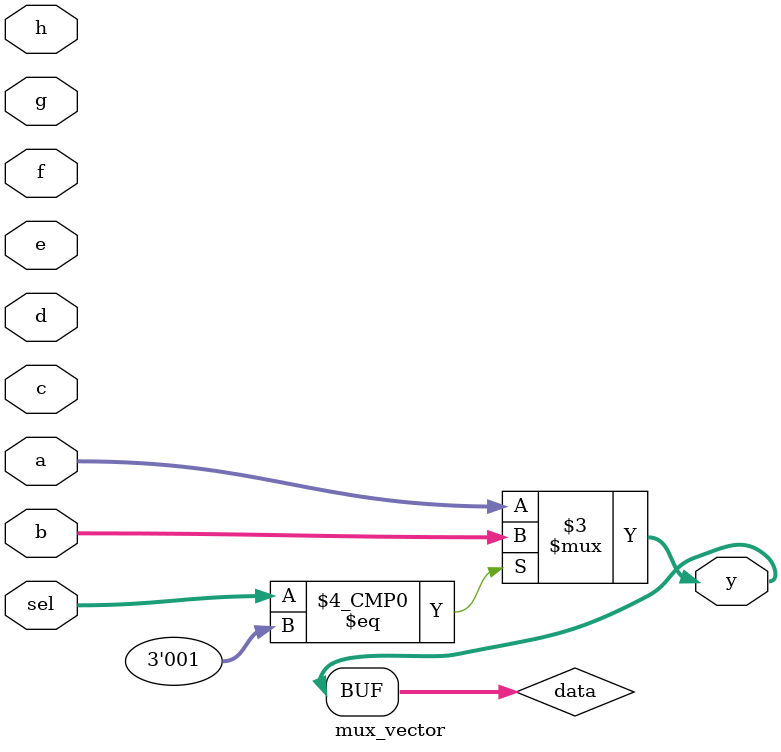
<source format=v>
module mux_vector #(parameter C_SIZE = 4 , DELAY = 3, C_NUM_CHANNELS=2)(
   input wire [C_SIZE-1:0] a,
   input wire [C_SIZE-1:0] b,
   input wire [C_SIZE-1:0] c,
   input wire [C_SIZE-1:0] d,
   input wire [C_SIZE-1:0] e,
   input wire [C_SIZE-1:0] f,
   input wire [C_SIZE-1:0] g,
   input wire [C_SIZE-1:0] h,
   input wire [2:0] sel,
   output wire [C_SIZE-1:0] y
   );
    reg [C_SIZE-1:0] data;
	always @(*) begin
		case(C_NUM_CHANNELS)
			2:	begin			
					case(sel)
						1'b0 : data[C_SIZE-1:0] <= a[C_SIZE-1:0] ;
						1'b1 : data[C_SIZE-1:0] <= b[C_SIZE-1:0] ;
						default : data[C_SIZE-1:0] <= a[C_SIZE-1:0] ;
					endcase
				end
			4:	begin			
					case(sel)
						2'b00 : data[C_SIZE-1:0] <= a[C_SIZE-1:0] ;
						2'b01 : data[C_SIZE-1:0] <= b[C_SIZE-1:0] ;
						2'b10 : data[C_SIZE-1:0] <= c[C_SIZE-1:0] ;
						2'b11 : data[C_SIZE-1:0] <= d[C_SIZE-1:0] ;
						default : data[C_SIZE-1:0] <= a[C_SIZE-1:0] ;
					endcase
				end
			8:	begin			
					case(sel)
						3'b000 : data[C_SIZE-1:0] <= a[C_SIZE-1:0] ;
						3'b001 : data[C_SIZE-1:0] <= b[C_SIZE-1:0] ;
						3'b010 : data[C_SIZE-1:0] <= c[C_SIZE-1:0] ;
						3'b011 : data[C_SIZE-1:0] <= d[C_SIZE-1:0] ;
						3'b100 : data[C_SIZE-1:0] <= e[C_SIZE-1:0] ;
						3'b101 : data[C_SIZE-1:0] <= f[C_SIZE-1:0] ;
						3'b110 : data[C_SIZE-1:0] <= g[C_SIZE-1:0] ;
						3'b111 : data[C_SIZE-1:0] <= h[C_SIZE-1:0] ;
						default : data[C_SIZE-1:0] <= a[C_SIZE-1:0] ;
					endcase
				end
		endcase
	end
    assign #DELAY y[C_SIZE-1:0] = data[C_SIZE-1:0] ;
endmodule
</source>
